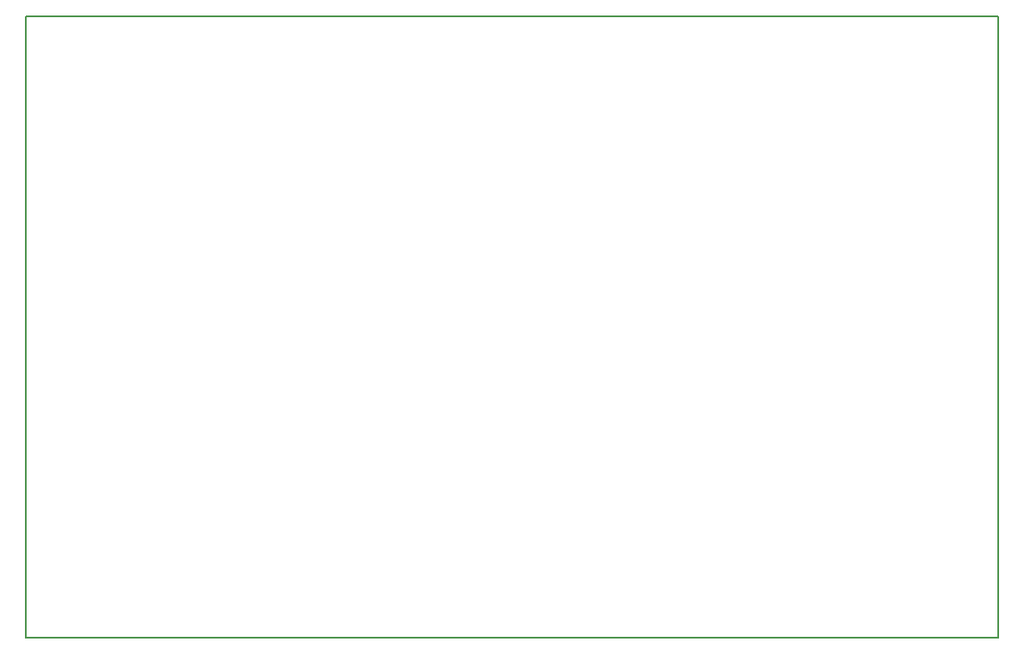
<source format=gm1>
G04 MADE WITH FRITZING*
G04 WWW.FRITZING.ORG*
G04 DOUBLE SIDED*
G04 HOLES PLATED*
G04 CONTOUR ON CENTER OF CONTOUR VECTOR*
%ASAXBY*%
%FSLAX23Y23*%
%MOIN*%
%OFA0B0*%
%SFA1.0B1.0*%
%ADD10R,3.776970X2.415670*%
%ADD11C,0.008000*%
%ADD10C,0.008*%
%LNCONTOUR*%
G90*
G70*
G54D10*
G54D11*
X4Y2412D02*
X3773Y2412D01*
X3773Y4D01*
X4Y4D01*
X4Y2412D01*
D02*
G04 End of contour*
M02*
</source>
